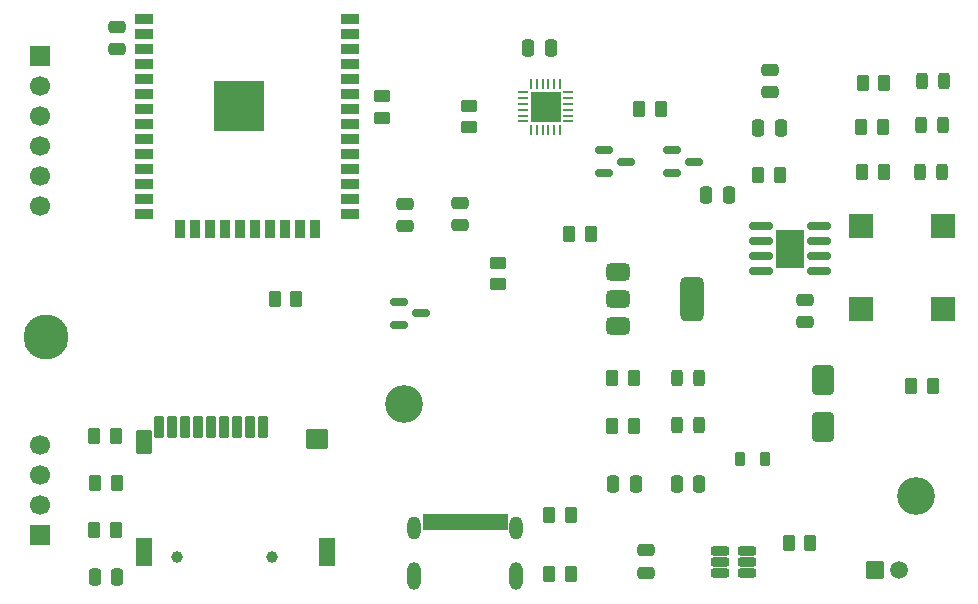
<source format=gts>
%TF.GenerationSoftware,KiCad,Pcbnew,9.0.4*%
%TF.CreationDate,2025-10-24T17:45:02+05:30*%
%TF.ProjectId,waterlevel project1,77617465-726c-4657-9665-6c2070726f6a,rev?*%
%TF.SameCoordinates,Original*%
%TF.FileFunction,Soldermask,Top*%
%TF.FilePolarity,Negative*%
%FSLAX46Y46*%
G04 Gerber Fmt 4.6, Leading zero omitted, Abs format (unit mm)*
G04 Created by KiCad (PCBNEW 9.0.4) date 2025-10-24 17:45:02*
%MOMM*%
%LPD*%
G01*
G04 APERTURE LIST*
G04 Aperture macros list*
%AMRoundRect*
0 Rectangle with rounded corners*
0 $1 Rounding radius*
0 $2 $3 $4 $5 $6 $7 $8 $9 X,Y pos of 4 corners*
0 Add a 4 corners polygon primitive as box body*
4,1,4,$2,$3,$4,$5,$6,$7,$8,$9,$2,$3,0*
0 Add four circle primitives for the rounded corners*
1,1,$1+$1,$2,$3*
1,1,$1+$1,$4,$5*
1,1,$1+$1,$6,$7*
1,1,$1+$1,$8,$9*
0 Add four rect primitives between the rounded corners*
20,1,$1+$1,$2,$3,$4,$5,0*
20,1,$1+$1,$4,$5,$6,$7,0*
20,1,$1+$1,$6,$7,$8,$9,0*
20,1,$1+$1,$8,$9,$2,$3,0*%
G04 Aperture macros list end*
%ADD10C,0.010000*%
%ADD11RoundRect,0.250000X-0.250000X-0.475000X0.250000X-0.475000X0.250000X0.475000X-0.250000X0.475000X0*%
%ADD12R,1.700000X1.700000*%
%ADD13C,1.700000*%
%ADD14RoundRect,0.250000X-0.262500X-0.450000X0.262500X-0.450000X0.262500X0.450000X-0.262500X0.450000X0*%
%ADD15RoundRect,0.243750X-0.243750X-0.456250X0.243750X-0.456250X0.243750X0.456250X-0.243750X0.456250X0*%
%ADD16RoundRect,0.150000X-0.587500X-0.150000X0.587500X-0.150000X0.587500X0.150000X-0.587500X0.150000X0*%
%ADD17RoundRect,0.250000X0.475000X-0.250000X0.475000X0.250000X-0.475000X0.250000X-0.475000X-0.250000X0*%
%ADD18RoundRect,0.250000X0.250000X0.475000X-0.250000X0.475000X-0.250000X-0.475000X0.250000X-0.475000X0*%
%ADD19C,1.000000*%
%ADD20RoundRect,0.102000X-0.350000X-0.800000X0.350000X-0.800000X0.350000X0.800000X-0.350000X0.800000X0*%
%ADD21RoundRect,0.102000X-0.600000X-0.900000X0.600000X-0.900000X0.600000X0.900000X-0.600000X0.900000X0*%
%ADD22RoundRect,0.102000X-0.800000X-0.750000X0.800000X-0.750000X0.800000X0.750000X-0.800000X0.750000X0*%
%ADD23RoundRect,0.102000X-0.600000X-1.100000X0.600000X-1.100000X0.600000X1.100000X-0.600000X1.100000X0*%
%ADD24RoundRect,0.198500X0.588500X0.198500X-0.588500X0.198500X-0.588500X-0.198500X0.588500X-0.198500X0*%
%ADD25RoundRect,0.243750X0.243750X0.456250X-0.243750X0.456250X-0.243750X-0.456250X0.243750X-0.456250X0*%
%ADD26RoundRect,0.375000X-0.625000X-0.375000X0.625000X-0.375000X0.625000X0.375000X-0.625000X0.375000X0*%
%ADD27RoundRect,0.500000X-0.500000X-1.400000X0.500000X-1.400000X0.500000X1.400000X-0.500000X1.400000X0*%
%ADD28RoundRect,0.102000X0.654000X0.654000X-0.654000X0.654000X-0.654000X-0.654000X0.654000X-0.654000X0*%
%ADD29C,1.512000*%
%ADD30C,3.200000*%
%ADD31RoundRect,0.250000X-0.475000X0.250000X-0.475000X-0.250000X0.475000X-0.250000X0.475000X0.250000X0*%
%ADD32R,2.000000X2.000000*%
%ADD33RoundRect,0.150000X-0.825000X-0.150000X0.825000X-0.150000X0.825000X0.150000X-0.825000X0.150000X0*%
%ADD34R,2.410000X3.300000*%
%ADD35RoundRect,0.250000X-0.450000X0.262500X-0.450000X-0.262500X0.450000X-0.262500X0.450000X0.262500X0*%
%ADD36O,1.152400X2.352400*%
%ADD37O,1.152400X1.952400*%
%ADD38RoundRect,0.250000X0.450000X-0.262500X0.450000X0.262500X-0.450000X0.262500X-0.450000X-0.262500X0*%
%ADD39RoundRect,0.250000X-0.650000X1.000000X-0.650000X-1.000000X0.650000X-1.000000X0.650000X1.000000X0*%
%ADD40R,1.500000X0.900000*%
%ADD41R,0.900000X1.500000*%
%ADD42C,0.600000*%
%ADD43R,4.200000X4.200000*%
%ADD44C,3.800000*%
%ADD45RoundRect,0.218750X-0.218750X-0.381250X0.218750X-0.381250X0.218750X0.381250X-0.218750X0.381250X0*%
%ADD46RoundRect,0.250000X0.262500X0.450000X-0.262500X0.450000X-0.262500X-0.450000X0.262500X-0.450000X0*%
%ADD47RoundRect,0.062500X0.062500X-0.350000X0.062500X0.350000X-0.062500X0.350000X-0.062500X-0.350000X0*%
%ADD48RoundRect,0.062500X0.350000X-0.062500X0.350000X0.062500X-0.350000X0.062500X-0.350000X-0.062500X0*%
%ADD49R,2.600000X2.600000*%
G04 APERTURE END LIST*
D10*
%TO.C,J4*%
X70635300Y-125029700D02*
X69918300Y-125029700D01*
X69918300Y-123752700D01*
X70635300Y-123752700D01*
X70635300Y-125029700D01*
G36*
X70635300Y-125029700D02*
G01*
X69918300Y-125029700D01*
X69918300Y-123752700D01*
X70635300Y-123752700D01*
X70635300Y-125029700D01*
G37*
X71435300Y-125029700D02*
X70718300Y-125029700D01*
X70718300Y-123752700D01*
X71435300Y-123752700D01*
X71435300Y-125029700D01*
G36*
X71435300Y-125029700D02*
G01*
X70718300Y-125029700D01*
X70718300Y-123752700D01*
X71435300Y-123752700D01*
X71435300Y-125029700D01*
G37*
X71939300Y-125029700D02*
X71514300Y-125029700D01*
X71514300Y-123752700D01*
X71939300Y-123752700D01*
X71939300Y-125029700D01*
G36*
X71939300Y-125029700D02*
G01*
X71514300Y-125029700D01*
X71514300Y-123752700D01*
X71939300Y-123752700D01*
X71939300Y-125029700D01*
G37*
X72439300Y-125029700D02*
X72014300Y-125029700D01*
X72014300Y-123752700D01*
X72439300Y-123752700D01*
X72439300Y-125029700D01*
G36*
X72439300Y-125029700D02*
G01*
X72014300Y-125029700D01*
X72014300Y-123752700D01*
X72439300Y-123752700D01*
X72439300Y-125029700D01*
G37*
X72939300Y-125029700D02*
X72514300Y-125029700D01*
X72514300Y-123752700D01*
X72939300Y-123752700D01*
X72939300Y-125029700D01*
G36*
X72939300Y-125029700D02*
G01*
X72514300Y-125029700D01*
X72514300Y-123752700D01*
X72939300Y-123752700D01*
X72939300Y-125029700D01*
G37*
X73439300Y-125029700D02*
X73014300Y-125029700D01*
X73014300Y-123752700D01*
X73439300Y-123752700D01*
X73439300Y-125029700D01*
G36*
X73439300Y-125029700D02*
G01*
X73014300Y-125029700D01*
X73014300Y-123752700D01*
X73439300Y-123752700D01*
X73439300Y-125029700D01*
G37*
X73939300Y-125029700D02*
X73514300Y-125029700D01*
X73514300Y-123752700D01*
X73939300Y-123752700D01*
X73939300Y-125029700D01*
G36*
X73939300Y-125029700D02*
G01*
X73514300Y-125029700D01*
X73514300Y-123752700D01*
X73939300Y-123752700D01*
X73939300Y-125029700D01*
G37*
X74439300Y-125029700D02*
X74014300Y-125029700D01*
X74014300Y-123752700D01*
X74439300Y-123752700D01*
X74439300Y-125029700D01*
G36*
X74439300Y-125029700D02*
G01*
X74014300Y-125029700D01*
X74014300Y-123752700D01*
X74439300Y-123752700D01*
X74439300Y-125029700D01*
G37*
X74939300Y-125029700D02*
X74514300Y-125029700D01*
X74514300Y-123752700D01*
X74939300Y-123752700D01*
X74939300Y-125029700D01*
G36*
X74939300Y-125029700D02*
G01*
X74514300Y-125029700D01*
X74514300Y-123752700D01*
X74939300Y-123752700D01*
X74939300Y-125029700D01*
G37*
X75439300Y-125029700D02*
X75014300Y-125029700D01*
X75014300Y-123752700D01*
X75439300Y-123752700D01*
X75439300Y-125029700D01*
G36*
X75439300Y-125029700D02*
G01*
X75014300Y-125029700D01*
X75014300Y-123752700D01*
X75439300Y-123752700D01*
X75439300Y-125029700D01*
G37*
X76235300Y-125029700D02*
X75518300Y-125029700D01*
X75518300Y-123752700D01*
X76235300Y-123752700D01*
X76235300Y-125029700D01*
G36*
X76235300Y-125029700D02*
G01*
X75518300Y-125029700D01*
X75518300Y-123752700D01*
X76235300Y-123752700D01*
X76235300Y-125029700D01*
G37*
X77035300Y-125029700D02*
X76318300Y-125029700D01*
X76318300Y-123752700D01*
X77035300Y-123752700D01*
X77035300Y-125029700D01*
G36*
X77035300Y-125029700D02*
G01*
X76318300Y-125029700D01*
X76318300Y-123752700D01*
X77035300Y-123752700D01*
X77035300Y-125029700D01*
G37*
%TD*%
D11*
%TO.C,C1*%
X85982800Y-121208800D03*
X87882800Y-121208800D03*
%TD*%
D12*
%TO.C,J5*%
X37500000Y-84960000D03*
D13*
X37500000Y-87500000D03*
X37500000Y-90040000D03*
X37500000Y-92580000D03*
X37500000Y-95120000D03*
X37500000Y-97660000D03*
%TD*%
D14*
%TO.C,R18*%
X107061000Y-94792800D03*
X108886000Y-94792800D03*
%TD*%
D15*
%TO.C,D2*%
X91386400Y-116242600D03*
X93261400Y-116242600D03*
%TD*%
%TO.C,D1*%
X91386400Y-112242600D03*
X93261400Y-112242600D03*
%TD*%
D16*
%TO.C,Q3*%
X67848000Y-105806200D03*
X67848000Y-107706200D03*
X69723000Y-106756200D03*
%TD*%
D14*
%TO.C,R8*%
X111215100Y-112868200D03*
X113040100Y-112868200D03*
%TD*%
D17*
%TO.C,C10*%
X73050400Y-99283600D03*
X73050400Y-97383600D03*
%TD*%
%TO.C,C9*%
X68376800Y-99359800D03*
X68376800Y-97459800D03*
%TD*%
D14*
%TO.C,R7*%
X100863400Y-126212600D03*
X102688400Y-126212600D03*
%TD*%
%TO.C,R11*%
X88188800Y-89453800D03*
X90013800Y-89453800D03*
%TD*%
D17*
%TO.C,C12_BYP1*%
X44000000Y-84400000D03*
X44000000Y-82500000D03*
%TD*%
D14*
%TO.C,R2*%
X85932000Y-116255800D03*
X87757000Y-116255800D03*
%TD*%
%TO.C,R12*%
X82274400Y-100025200D03*
X84099400Y-100025200D03*
%TD*%
D18*
%TO.C,C8_BYP1*%
X80716200Y-84328000D03*
X78816200Y-84328000D03*
%TD*%
%TO.C,C2*%
X93286400Y-121242600D03*
X91386400Y-121242600D03*
%TD*%
D12*
%TO.C,J1*%
X37474600Y-125504800D03*
D13*
X37474600Y-122964800D03*
X37474600Y-120424800D03*
X37474600Y-117884800D03*
%TD*%
D14*
%TO.C,R17*%
X42051200Y-125104400D03*
X43876200Y-125104400D03*
%TD*%
D19*
%TO.C,J3*%
X49101200Y-127354400D03*
X57101200Y-127354400D03*
D20*
X56301200Y-116354400D03*
X55201200Y-116354400D03*
X54101200Y-116354400D03*
X53001200Y-116354400D03*
X51901200Y-116354400D03*
X50801200Y-116354400D03*
X49701200Y-116354400D03*
X48601200Y-116354400D03*
X47501200Y-116354400D03*
D21*
X46301200Y-117654400D03*
D22*
X60901200Y-117404400D03*
D23*
X46301200Y-126954400D03*
X61801200Y-126954400D03*
%TD*%
D17*
%TO.C,C6*%
X102226200Y-107519800D03*
X102226200Y-105619800D03*
%TD*%
D11*
%TO.C,C4*%
X98276200Y-91069800D03*
X100176200Y-91069800D03*
%TD*%
D24*
%TO.C,U3*%
X97336000Y-128773000D03*
X97336000Y-127823000D03*
X97336000Y-126873000D03*
X94996000Y-126873000D03*
X94996000Y-127823000D03*
X94996000Y-128773000D03*
%TD*%
D11*
%TO.C,C11*%
X42101200Y-129104400D03*
X44001200Y-129104400D03*
%TD*%
D14*
%TO.C,R9*%
X80564300Y-123816200D03*
X82389300Y-123816200D03*
%TD*%
D25*
%TO.C,D7*%
X113990600Y-87122000D03*
X112115600Y-87122000D03*
%TD*%
D26*
%TO.C,U1*%
X86386400Y-103242600D03*
X86386400Y-105542600D03*
D27*
X92686400Y-105542600D03*
D26*
X86386400Y-107842600D03*
%TD*%
D18*
%TO.C,C7*%
X95756900Y-96753800D03*
X93856900Y-96753800D03*
%TD*%
D28*
%TO.C,J6*%
X108194600Y-128482000D03*
D29*
X110194600Y-128482000D03*
%TD*%
D30*
%TO.C,REF\u002A\u002A*%
X111607600Y-122199400D03*
%TD*%
D31*
%TO.C,C5*%
X88798400Y-126796800D03*
X88798400Y-128696800D03*
%TD*%
D32*
%TO.C,BZ1*%
X106941600Y-99343400D03*
X106941600Y-106343400D03*
X113941600Y-106343400D03*
X113941600Y-99343400D03*
%TD*%
D16*
%TO.C,Q1*%
X90957400Y-92964000D03*
X90957400Y-94864000D03*
X92832400Y-93914000D03*
%TD*%
%TO.C,Q2*%
X85242400Y-92959000D03*
X85242400Y-94859000D03*
X87117400Y-93909000D03*
%TD*%
D30*
%TO.C,REF\u002A\u002A*%
X68275200Y-114427000D03*
%TD*%
D25*
%TO.C,D5*%
X113863600Y-94818200D03*
X111988600Y-94818200D03*
%TD*%
D14*
%TO.C,R22*%
X80564300Y-128816200D03*
X82389300Y-128816200D03*
%TD*%
D33*
%TO.C,U2*%
X98501200Y-99364800D03*
X98501200Y-100634800D03*
X98501200Y-101904800D03*
X98501200Y-103174800D03*
X103451200Y-103174800D03*
X103451200Y-101904800D03*
X103451200Y-100634800D03*
X103451200Y-99364800D03*
D34*
X100976200Y-101269800D03*
%TD*%
D35*
%TO.C,R13*%
X73812400Y-89179400D03*
X73812400Y-91004400D03*
%TD*%
D36*
%TO.C,J4*%
X69156800Y-128966200D03*
X77796800Y-128966200D03*
D37*
X69156800Y-124966200D03*
X77796800Y-124966200D03*
%TD*%
D35*
%TO.C,R14*%
X66421000Y-88366600D03*
X66421000Y-90191600D03*
%TD*%
D17*
%TO.C,C3*%
X99226200Y-88019800D03*
X99226200Y-86119800D03*
%TD*%
D14*
%TO.C,R20*%
X107137200Y-87249000D03*
X108962200Y-87249000D03*
%TD*%
D38*
%TO.C,R3*%
X76250800Y-104288600D03*
X76250800Y-102463600D03*
%TD*%
D14*
%TO.C,R19*%
X107010200Y-90957400D03*
X108835200Y-90957400D03*
%TD*%
%TO.C,R21*%
X57353200Y-105537000D03*
X59178200Y-105537000D03*
%TD*%
D39*
%TO.C,D4*%
X103745600Y-112366800D03*
X103745600Y-116366800D03*
%TD*%
D40*
%TO.C,U4*%
X46250000Y-81865000D03*
X46250000Y-83135000D03*
X46250000Y-84405000D03*
X46250000Y-85675000D03*
X46250000Y-86945000D03*
X46250000Y-88215000D03*
X46250000Y-89485000D03*
X46250000Y-90755000D03*
X46250000Y-92025000D03*
X46250000Y-93295000D03*
X46250000Y-94565000D03*
X46250000Y-95835000D03*
X46250000Y-97105000D03*
X46250000Y-98375000D03*
D41*
X49290000Y-99625000D03*
X50560000Y-99625000D03*
X51830000Y-99625000D03*
X53100000Y-99625000D03*
X54370000Y-99625000D03*
X55640000Y-99625000D03*
X56910000Y-99625000D03*
X58180000Y-99625000D03*
X59450000Y-99625000D03*
X60720000Y-99625000D03*
D40*
X63750000Y-98375000D03*
X63750000Y-97105000D03*
X63750000Y-95835000D03*
X63750000Y-94565000D03*
X63750000Y-93295000D03*
X63750000Y-92025000D03*
X63750000Y-90755000D03*
X63750000Y-89485000D03*
X63750000Y-88215000D03*
X63750000Y-86945000D03*
X63750000Y-85675000D03*
X63750000Y-84405000D03*
X63750000Y-83135000D03*
X63750000Y-81865000D03*
D42*
X52795000Y-88442500D03*
X52795000Y-89967500D03*
X53557500Y-87680000D03*
X53557500Y-89205000D03*
X53557500Y-90730000D03*
X54320000Y-88442500D03*
D43*
X54320000Y-89205000D03*
D42*
X54320000Y-89967500D03*
X55082500Y-87680000D03*
X55082500Y-89205000D03*
X55082500Y-90730000D03*
X55845000Y-88442500D03*
X55845000Y-89967500D03*
%TD*%
D44*
%TO.C,REF\u002A\u002A*%
X37947600Y-108762800D03*
%TD*%
D14*
%TO.C,R16*%
X42138700Y-121104400D03*
X43963700Y-121104400D03*
%TD*%
D25*
%TO.C,D6*%
X113889000Y-90779600D03*
X112014000Y-90779600D03*
%TD*%
D45*
%TO.C,L1*%
X96748600Y-119126000D03*
X98873600Y-119126000D03*
%TD*%
D14*
%TO.C,R4*%
X98276200Y-95069800D03*
X100101200Y-95069800D03*
%TD*%
D46*
%TO.C,R1*%
X87731600Y-112217200D03*
X85906600Y-112217200D03*
%TD*%
D47*
%TO.C,U6*%
X79014000Y-91193100D03*
X79514000Y-91193100D03*
X80014000Y-91193100D03*
X80514000Y-91193100D03*
X81014000Y-91193100D03*
X81514000Y-91193100D03*
D48*
X82201500Y-90505600D03*
X82201500Y-90005600D03*
X82201500Y-89505600D03*
X82201500Y-89005600D03*
X82201500Y-88505600D03*
X82201500Y-88005600D03*
D47*
X81514000Y-87318100D03*
X81014000Y-87318100D03*
X80514000Y-87318100D03*
X80014000Y-87318100D03*
X79514000Y-87318100D03*
X79014000Y-87318100D03*
D48*
X78326500Y-88005600D03*
X78326500Y-88505600D03*
X78326500Y-89005600D03*
X78326500Y-89505600D03*
X78326500Y-90005600D03*
X78326500Y-90505600D03*
D49*
X80264000Y-89255600D03*
%TD*%
D14*
%TO.C,R15*%
X42051200Y-117104400D03*
X43876200Y-117104400D03*
%TD*%
M02*

</source>
